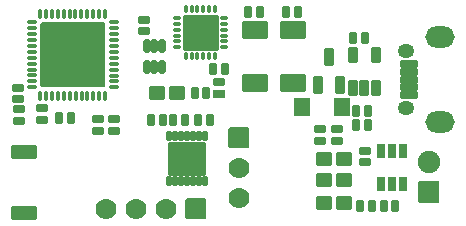
<source format=gts>
G04 Layer: TopSolderMaskLayer*
G04 EasyEDA v6.5.14, 2022-08-24 11:35:25*
G04 453cab0d859b422d838698a6d57dd674,401f954c81374b6587e5d63e119e93f9,10*
G04 Gerber Generator version 0.2*
G04 Scale: 100 percent, Rotated: No, Reflected: No *
G04 Dimensions in millimeters *
G04 leading zeros omitted , absolute positions ,4 integer and 5 decimal *
%FSLAX45Y45*%
%MOMM*%

%AMMACRO1*1,1,$1,$2,$3*1,1,$1,$4,$5*1,1,$1,0-$2,0-$3*1,1,$1,0-$4,0-$5*20,1,$1,$2,$3,$4,$5,0*20,1,$1,$4,$5,0-$2,0-$3,0*20,1,$1,0-$2,0-$3,0-$4,0-$5,0*20,1,$1,0-$4,0-$5,$2,$3,0*4,1,4,$2,$3,$4,$5,0-$2,0-$3,0-$4,0-$5,$2,$3,0*%
%ADD10MACRO1,0.2032X0.1397X-0.325X-0.1397X-0.325*%
%ADD11MACRO1,0.2032X1.5X-1.3X-1.5X-1.3*%
%ADD12MACRO1,0.2032X-0.675X-0.2X-0.675X0.2*%
%ADD13O,1.3999972X1.1999976*%
%ADD14O,2.4999949999999997X1.7999964*%
%ADD15MACRO1,0.2032X-1X-0.675X-1X0.675*%
%ADD16MACRO1,0.2032X0.25X-0.4X-0.25X-0.4*%
%ADD17MACRO1,0.2032X-0.275X-0.5X-0.275X0.5*%
%ADD18MACRO1,0.2032X0.4X0.25X0.4X-0.25*%
%ADD19MACRO1,0.2032X0.5461X0.4953X0.5461X-0.4953*%
%ADD20MACRO1,0.2032X-0.25X0.4X0.25X0.4*%
%ADD21O,0.2800096X0.6999986*%
%ADD22O,0.6999986X0.2800096*%
%ADD23MACRO1,0.2032X-1.4X-1.4X-1.4X1.4*%
%ADD24MACRO1,0.2032X-0.7874X-0.85X-0.7874X0.85*%
%ADD25C,1.9032*%
%ADD26MACRO1,0.2032X0.6X-0.7X-0.6X-0.7*%
%ADD27MACRO1,0.2032X-0.2X0.45X0.2X0.45*%
%ADD28MACRO1,0.2032X-0.3111X-0.5524X0.3111X-0.5524*%
%ADD29C,1.7780*%
%ADD30MACRO1,0.2032X0.7874X0.7874X0.7874X-0.7874*%
%ADD31MACRO1,0.2032X-0.4X-0.25X-0.4X0.25*%
%ADD32MACRO1,0.2032X1X0.5X1X-0.5*%
%ADD33O,0.2800096X0.9999979999999999*%
%ADD34O,0.9999979999999999X0.2800096*%
%ADD35MACRO1,0.2032X-2.65X-2.65X-2.65X2.65*%
%ADD36MACRO1,0.2032X0.7874X-0.7874X-0.7874X-0.7874*%
%ADD37R,1.0032X0.7032*%
%ADD38MACRO1,0.2032X-0.3X-0.65X-0.3X0.65*%

%LPD*%
D10*
G01*
X-1160000Y-20007D03*
G01*
X-1209987Y-20007D03*
G01*
X-1260000Y-20007D03*
G01*
X-1309987Y-20007D03*
G01*
X-1359999Y-20007D03*
G01*
X-1409987Y-20007D03*
G01*
X-1459999Y-20007D03*
G01*
X-1459999Y-400016D03*
G01*
X-1409987Y-400016D03*
G01*
X-1359999Y-400016D03*
G01*
X-1309987Y-400016D03*
G01*
X-1260000Y-400016D03*
D11*
G01*
X-1309999Y-210012D03*
D10*
G01*
X-1209987Y-400016D03*
G01*
X-1160000Y-400016D03*
D12*
G01*
X567499Y329999D03*
G01*
X567499Y394997D03*
G01*
X567499Y459999D03*
G01*
X567499Y525000D03*
G01*
X567499Y589998D03*
D13*
G01*
X545007Y702487D03*
G01*
X545007Y217500D03*
D14*
G01*
X835025Y99999D03*
G01*
X835025Y819988D03*
D15*
G01*
X-409955Y434891D03*
G01*
X-409955Y884892D03*
D16*
G01*
X-470000Y1030000D03*
G01*
X-370000Y1030000D03*
G01*
X-790002Y1030000D03*
G01*
X-690002Y1030000D03*
D17*
G01*
X520285Y-420004D03*
G01*
X425289Y-420004D03*
G01*
X330293Y-420004D03*
G01*
X330293Y-139994D03*
G01*
X425289Y-139994D03*
G01*
X520285Y-139994D03*
D18*
G01*
X195290Y-240000D03*
G01*
X195290Y-140000D03*
G01*
X-179999Y-60001D03*
G01*
X-179999Y39998D03*
D16*
G01*
X125289Y199999D03*
G01*
X225289Y199999D03*
D15*
G01*
X-730001Y435000D03*
G01*
X-730001Y885002D03*
D19*
G01*
X-149799Y-390001D03*
G01*
X20380Y-390001D03*
D20*
G01*
X-984705Y550001D03*
G01*
X-1084705Y550001D03*
D21*
G01*
X-1319707Y659993D03*
G01*
X-1269720Y659993D03*
G01*
X-1219707Y659993D03*
G01*
X-1169720Y659993D03*
G01*
X-1119708Y659993D03*
G01*
X-1069720Y659993D03*
D22*
G01*
X-994714Y734999D03*
G01*
X-994714Y784987D03*
G01*
X-994714Y834999D03*
G01*
X-994714Y884986D03*
G01*
X-994714Y934999D03*
G01*
X-994714Y984986D03*
D21*
G01*
X-1069720Y1059992D03*
G01*
X-1119708Y1059992D03*
G01*
X-1169720Y1059992D03*
G01*
X-1219707Y1059992D03*
G01*
X-1269720Y1059992D03*
G01*
X-1319707Y1059992D03*
D22*
G01*
X-1394713Y984986D03*
G01*
X-1394713Y934999D03*
G01*
X-1394713Y884986D03*
G01*
X-1394713Y834999D03*
G01*
X-1394713Y784987D03*
G01*
X-1394713Y734999D03*
D23*
G01*
X-1193439Y860003D03*
D16*
G01*
X-1244710Y350001D03*
G01*
X-1144710Y350001D03*
D19*
G01*
X-149799Y-209999D03*
G01*
X20380Y-209999D03*
G01*
X-1559798Y350001D03*
G01*
X-1389618Y350001D03*
D18*
G01*
X-40007Y39991D03*
G01*
X-40007Y-60008D03*
D16*
G01*
X455281Y-609993D03*
G01*
X355281Y-609993D03*
D24*
G01*
X742294Y-492997D03*
D25*
G01*
X742289Y-238988D03*
D19*
G01*
X-149799Y-580001D03*
G01*
X20380Y-580001D03*
D18*
G01*
X-2727716Y213991D03*
G01*
X-2727716Y113991D03*
D20*
G01*
X125302Y79994D03*
G01*
X225301Y79994D03*
G01*
X95299Y809993D03*
G01*
X195299Y809993D03*
D26*
G01*
X5290Y230002D03*
G01*
X-334708Y230002D03*
D27*
G01*
X-1584698Y570019D03*
G01*
X-1519699Y570019D03*
G01*
X-1519699Y750003D03*
G01*
X-1584698Y750003D03*
G01*
X-1649696Y750003D03*
G01*
X-1649696Y570019D03*
D28*
G01*
X287538Y394301D03*
G01*
X193558Y394301D03*
G01*
X97043Y394301D03*
G01*
X99578Y673701D03*
G01*
X287538Y673701D03*
D18*
G01*
X-1674715Y969994D03*
G01*
X-1674715Y869994D03*
D29*
G01*
X-864615Y-543940D03*
G01*
X-864615Y-289940D03*
D30*
G01*
X-864618Y-35933D03*
D20*
G01*
X-2394703Y139994D03*
G01*
X-2294703Y139994D03*
D31*
G01*
X-2534704Y219998D03*
G01*
X-2534704Y119998D03*
D32*
G01*
X-2687607Y-151897D03*
G01*
X-2687607Y-671896D03*
D16*
G01*
X-1424712Y120002D03*
G01*
X-1324712Y120002D03*
D20*
G01*
X-1114708Y120002D03*
G01*
X-1214708Y120002D03*
D18*
G01*
X-1924707Y30001D03*
G01*
X-1924707Y130001D03*
D16*
G01*
X155289Y-610001D03*
G01*
X255289Y-610001D03*
D20*
G01*
X-1614702Y119994D03*
G01*
X-1514702Y119994D03*
D18*
G01*
X-2737716Y393990D03*
G01*
X-2737716Y293991D03*
D31*
G01*
X-2064699Y30011D03*
G01*
X-2064699Y130011D03*
D33*
G01*
X-2551582Y319963D03*
G01*
X-2501544Y319963D03*
G01*
X-2451506Y319963D03*
G01*
X-2401468Y319963D03*
G01*
X-2351430Y319963D03*
G01*
X-2301417Y319963D03*
G01*
X-2251633Y319963D03*
G01*
X-2201570Y319963D03*
G01*
X-2151532Y319963D03*
G01*
X-2101519Y319963D03*
G01*
X-2051456Y319963D03*
G01*
X-2001418Y319963D03*
D34*
G01*
X-1924735Y395655D03*
G01*
X-1924735Y445693D03*
G01*
X-1924735Y495731D03*
G01*
X-1924735Y545769D03*
G01*
X-1924735Y595807D03*
G01*
X-1924735Y645845D03*
G01*
X-1924735Y695629D03*
G01*
X-1924735Y745667D03*
G01*
X-1924735Y795705D03*
G01*
X-1924735Y845743D03*
G01*
X-1924735Y895781D03*
G01*
X-1924735Y945819D03*
D33*
G01*
X-2002967Y1019962D03*
G01*
X-2052980Y1019962D03*
G01*
X-2103018Y1019962D03*
G01*
X-2153056Y1019962D03*
G01*
X-2203119Y1019962D03*
G01*
X-2253132Y1019962D03*
G01*
X-2302916Y1019962D03*
G01*
X-2352954Y1019962D03*
G01*
X-2402992Y1019962D03*
G01*
X-2453030Y1019962D03*
G01*
X-2503068Y1019962D03*
G01*
X-2553106Y1019962D03*
D34*
G01*
X-2624709Y946835D03*
G01*
X-2624709Y896797D03*
G01*
X-2624709Y846759D03*
G01*
X-2624709Y796721D03*
G01*
X-2624709Y746683D03*
G01*
X-2624709Y696645D03*
G01*
X-2624709Y646861D03*
G01*
X-2624709Y596823D03*
G01*
X-2624709Y546785D03*
G01*
X-2624709Y496747D03*
G01*
X-2624709Y446709D03*
G01*
X-2624709Y396671D03*
D35*
G01*
X-2274722Y670013D03*
D36*
G01*
X-1233708Y-629998D03*
D29*
G01*
X-1487703Y-630021D03*
G01*
X-1741703Y-630021D03*
G01*
X-1995703Y-630021D03*
D37*
G01*
X-1034694Y340004D03*
D31*
G01*
X-1034699Y440010D03*
D38*
G01*
X-12705Y414003D03*
G01*
X-107706Y654003D03*
G01*
X-202707Y414003D03*
M02*

</source>
